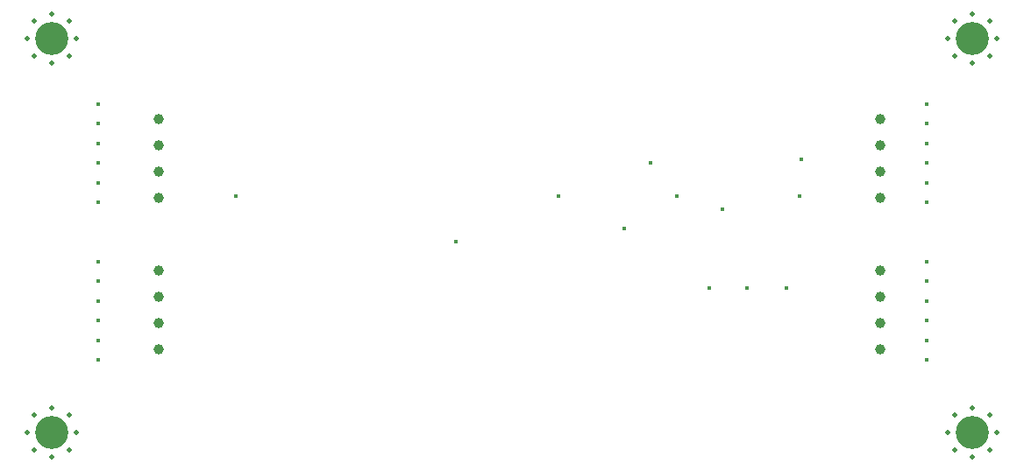
<source format=gbr>
%TF.GenerationSoftware,KiCad,Pcbnew,7.0.2*%
%TF.CreationDate,2023-06-12T21:50:40-07:00*%
%TF.ProjectId,latch,6c617463-682e-46b6-9963-61645f706362,A*%
%TF.SameCoordinates,Original*%
%TF.FileFunction,Plated,1,2,PTH,Drill*%
%TF.FilePolarity,Positive*%
%FSLAX46Y46*%
G04 Gerber Fmt 4.6, Leading zero omitted, Abs format (unit mm)*
G04 Created by KiCad (PCBNEW 7.0.2) date 2023-06-12 21:50:40*
%MOMM*%
%LPD*%
G01*
G04 APERTURE LIST*
%TA.AperFunction,ViaDrill*%
%ADD10C,0.400000*%
%TD*%
%TA.AperFunction,ComponentDrill*%
%ADD11C,0.500000*%
%TD*%
%TA.AperFunction,ComponentDrill*%
%ADD12C,1.000000*%
%TD*%
%TA.AperFunction,ComponentDrill*%
%ADD13C,3.200000*%
%TD*%
G04 APERTURE END LIST*
D10*
X111125000Y-90170000D03*
X111125000Y-92075000D03*
X111125000Y-93980000D03*
X111125000Y-95885000D03*
X111125000Y-97790000D03*
X111125000Y-99695000D03*
X111125000Y-105410000D03*
X111125000Y-107315000D03*
X111125000Y-109220000D03*
X111125000Y-111125000D03*
X111125000Y-113030000D03*
X111125000Y-114935000D03*
X124460000Y-99060000D03*
X145735000Y-103505000D03*
X155575000Y-99060000D03*
X161925000Y-102235000D03*
X164465000Y-95885000D03*
X167005000Y-99060000D03*
X170180000Y-107950000D03*
X171480000Y-100360000D03*
X173835000Y-107950000D03*
X177645000Y-107950000D03*
X178915000Y-99060000D03*
X179070000Y-95504000D03*
X191135000Y-90170000D03*
X191135000Y-92075000D03*
X191135000Y-93980000D03*
X191135000Y-95885000D03*
X191135000Y-97790000D03*
X191135000Y-99695000D03*
X191135000Y-105410000D03*
X191135000Y-107315000D03*
X191135000Y-109220000D03*
X191135000Y-111125000D03*
X191135000Y-113030000D03*
X191135000Y-114935000D03*
D11*
%TO.C,H3*%
X104280000Y-83820000D03*
%TO.C,H2*%
X104280000Y-121920000D03*
%TO.C,H3*%
X104982944Y-82122944D03*
X104982944Y-85517056D03*
%TO.C,H2*%
X104982944Y-120222944D03*
X104982944Y-123617056D03*
%TO.C,H3*%
X106680000Y-81420000D03*
X106680000Y-86220000D03*
%TO.C,H2*%
X106680000Y-119520000D03*
X106680000Y-124320000D03*
%TO.C,H3*%
X108377056Y-82122944D03*
X108377056Y-85517056D03*
%TO.C,H2*%
X108377056Y-120222944D03*
X108377056Y-123617056D03*
%TO.C,H3*%
X109080000Y-83820000D03*
%TO.C,H2*%
X109080000Y-121920000D03*
%TO.C,H1*%
X193180000Y-83820000D03*
%TO.C,H4*%
X193180000Y-121920000D03*
%TO.C,H1*%
X193882944Y-82122944D03*
X193882944Y-85517056D03*
%TO.C,H4*%
X193882944Y-120222944D03*
X193882944Y-123617056D03*
%TO.C,H1*%
X195580000Y-81420000D03*
X195580000Y-86220000D03*
%TO.C,H4*%
X195580000Y-119520000D03*
X195580000Y-124320000D03*
%TO.C,H1*%
X197277056Y-82122944D03*
X197277056Y-85517056D03*
%TO.C,H4*%
X197277056Y-120222944D03*
X197277056Y-123617056D03*
%TO.C,H1*%
X197980000Y-83820000D03*
%TO.C,H4*%
X197980000Y-121920000D03*
D12*
%TO.C,J1*%
X116995000Y-91645000D03*
X116995000Y-94185000D03*
X116995000Y-96725000D03*
X116995000Y-99265000D03*
%TO.C,J2*%
X116995000Y-106250000D03*
X116995000Y-108790000D03*
X116995000Y-111330000D03*
X116995000Y-113870000D03*
%TO.C,J3*%
X186690000Y-91645000D03*
X186690000Y-94185000D03*
X186690000Y-96725000D03*
X186690000Y-99265000D03*
%TO.C,J4*%
X186690000Y-106250000D03*
X186690000Y-108790000D03*
X186690000Y-111330000D03*
X186690000Y-113870000D03*
D13*
%TO.C,H3*%
X106680000Y-83820000D03*
%TO.C,H2*%
X106680000Y-121920000D03*
%TO.C,H1*%
X195580000Y-83820000D03*
%TO.C,H4*%
X195580000Y-121920000D03*
M02*

</source>
